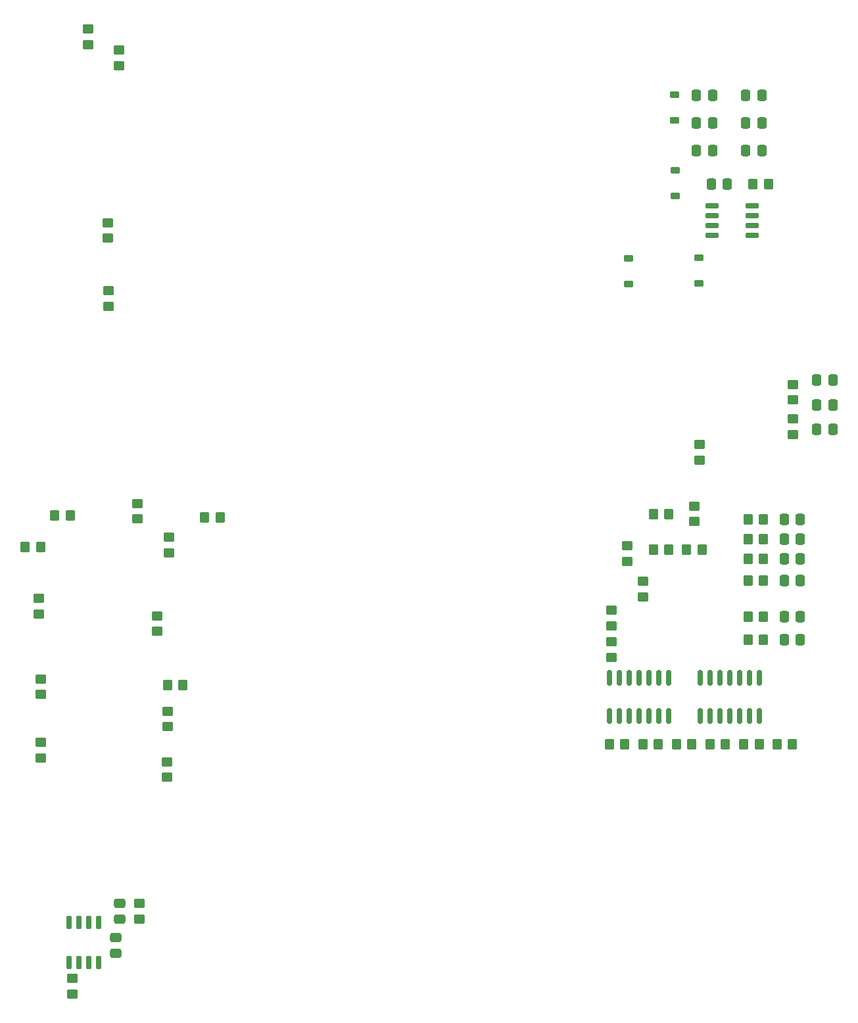
<source format=gbr>
%TF.GenerationSoftware,KiCad,Pcbnew,7.0.9*%
%TF.CreationDate,2023-11-30T20:57:27+01:00*%
%TF.ProjectId,euroPI-kicad_surfacemount_discretes_and_ics,6575726f-5049-42d6-9b69-6361645f7375,rev?*%
%TF.SameCoordinates,Original*%
%TF.FileFunction,Paste,Top*%
%TF.FilePolarity,Positive*%
%FSLAX46Y46*%
G04 Gerber Fmt 4.6, Leading zero omitted, Abs format (unit mm)*
G04 Created by KiCad (PCBNEW 7.0.9) date 2023-11-30 20:57:27*
%MOMM*%
%LPD*%
G01*
G04 APERTURE LIST*
G04 Aperture macros list*
%AMRoundRect*
0 Rectangle with rounded corners*
0 $1 Rounding radius*
0 $2 $3 $4 $5 $6 $7 $8 $9 X,Y pos of 4 corners*
0 Add a 4 corners polygon primitive as box body*
4,1,4,$2,$3,$4,$5,$6,$7,$8,$9,$2,$3,0*
0 Add four circle primitives for the rounded corners*
1,1,$1+$1,$2,$3*
1,1,$1+$1,$4,$5*
1,1,$1+$1,$6,$7*
1,1,$1+$1,$8,$9*
0 Add four rect primitives between the rounded corners*
20,1,$1+$1,$2,$3,$4,$5,0*
20,1,$1+$1,$4,$5,$6,$7,0*
20,1,$1+$1,$6,$7,$8,$9,0*
20,1,$1+$1,$8,$9,$2,$3,0*%
G04 Aperture macros list end*
%ADD10RoundRect,0.150000X0.150000X-0.825000X0.150000X0.825000X-0.150000X0.825000X-0.150000X-0.825000X0*%
%ADD11RoundRect,0.250000X-0.350000X-0.450000X0.350000X-0.450000X0.350000X0.450000X-0.350000X0.450000X0*%
%ADD12RoundRect,0.250000X-0.450000X0.350000X-0.450000X-0.350000X0.450000X-0.350000X0.450000X0.350000X0*%
%ADD13RoundRect,0.250000X0.350000X0.450000X-0.350000X0.450000X-0.350000X-0.450000X0.350000X-0.450000X0*%
%ADD14RoundRect,0.250000X0.450000X-0.350000X0.450000X0.350000X-0.450000X0.350000X-0.450000X-0.350000X0*%
%ADD15RoundRect,0.250000X-0.337500X-0.475000X0.337500X-0.475000X0.337500X0.475000X-0.337500X0.475000X0*%
%ADD16RoundRect,0.150000X-0.150000X0.725000X-0.150000X-0.725000X0.150000X-0.725000X0.150000X0.725000X0*%
%ADD17RoundRect,0.225000X-0.375000X0.225000X-0.375000X-0.225000X0.375000X-0.225000X0.375000X0.225000X0*%
%ADD18RoundRect,0.150000X0.725000X0.150000X-0.725000X0.150000X-0.725000X-0.150000X0.725000X-0.150000X0*%
%ADD19RoundRect,0.225000X0.375000X-0.225000X0.375000X0.225000X-0.375000X0.225000X-0.375000X-0.225000X0*%
%ADD20RoundRect,0.250000X-0.475000X0.337500X-0.475000X-0.337500X0.475000X-0.337500X0.475000X0.337500X0*%
%ADD21RoundRect,0.250000X0.475000X-0.337500X0.475000X0.337500X-0.475000X0.337500X-0.475000X-0.337500X0*%
G04 APERTURE END LIST*
D10*
%TO.C,O3*%
X166675000Y-115886000D03*
X167945000Y-115886000D03*
X169215000Y-115886000D03*
X170485000Y-115886000D03*
X171755000Y-115886000D03*
X173025000Y-115886000D03*
X174295000Y-115886000D03*
X174295000Y-110936000D03*
X173025000Y-110936000D03*
X171755000Y-110936000D03*
X170485000Y-110936000D03*
X169215000Y-110936000D03*
X167945000Y-110936000D03*
X166675000Y-110936000D03*
%TD*%
D11*
%TO.C,R21*%
X183979000Y-119507000D03*
X185979000Y-119507000D03*
%TD*%
D12*
%TO.C,R16*%
X93472000Y-111121000D03*
X93472000Y-113121000D03*
%TD*%
%TO.C,R24*%
X190373000Y-73168000D03*
X190373000Y-75168000D03*
%TD*%
D13*
%TO.C,R6*%
X186547000Y-95608600D03*
X184547000Y-95608600D03*
%TD*%
D14*
%TO.C,R17*%
X108458000Y-104993000D03*
X108458000Y-102993000D03*
%TD*%
D12*
%TO.C,R20*%
X102235000Y-61112000D03*
X102235000Y-63112000D03*
%TD*%
D15*
%TO.C,C1*%
X193399500Y-75819000D03*
X195474500Y-75819000D03*
%TD*%
D12*
%TO.C,R41*%
X106172000Y-140012000D03*
X106172000Y-142012000D03*
%TD*%
D13*
%TO.C,R30*%
X181629000Y-119507000D03*
X179629000Y-119507000D03*
%TD*%
D12*
%TO.C,R26*%
X178308000Y-80931000D03*
X178308000Y-82931000D03*
%TD*%
D11*
%TO.C,R22*%
X188281000Y-119507000D03*
X190281000Y-119507000D03*
%TD*%
D16*
%TO.C,U3*%
X100965000Y-142501000D03*
X99695000Y-142501000D03*
X98425000Y-142501000D03*
X97155000Y-142501000D03*
X97155000Y-147651000D03*
X98425000Y-147651000D03*
X99695000Y-147651000D03*
X100965000Y-147651000D03*
%TD*%
D11*
%TO.C,R13*%
X91456000Y-94116000D03*
X93456000Y-94116000D03*
%TD*%
D14*
%TO.C,R31*%
X177657000Y-90849517D03*
X177657000Y-88849517D03*
%TD*%
D17*
%TO.C,D2*%
X178257200Y-56871600D03*
X178257200Y-60171600D03*
%TD*%
D15*
%TO.C,C16*%
X177905500Y-43053000D03*
X179980500Y-43053000D03*
%TD*%
D13*
%TO.C,R11*%
X111773000Y-111896000D03*
X109773000Y-111896000D03*
%TD*%
D15*
%TO.C,C3*%
X184255500Y-35941000D03*
X186330500Y-35941000D03*
%TD*%
D12*
%TO.C,Rx1*%
X97536000Y-149680000D03*
X97536000Y-151680000D03*
%TD*%
D11*
%TO.C,R23*%
X185198000Y-47371000D03*
X187198000Y-47371000D03*
%TD*%
D18*
%TO.C,O1*%
X185109000Y-53975000D03*
X185109000Y-52705000D03*
X185109000Y-51435000D03*
X185109000Y-50165000D03*
X179959000Y-50165000D03*
X179959000Y-51435000D03*
X179959000Y-52705000D03*
X179959000Y-53975000D03*
%TD*%
D12*
%TO.C,R18*%
X109804200Y-115271800D03*
X109804200Y-117271800D03*
%TD*%
D11*
%TO.C,R29*%
X170993000Y-119507000D03*
X172993000Y-119507000D03*
%TD*%
D15*
%TO.C,C11*%
X189193000Y-106022600D03*
X191268000Y-106022600D03*
%TD*%
%TO.C,C14*%
X189193000Y-95608600D03*
X191268000Y-95608600D03*
%TD*%
D19*
%TO.C,D3*%
X175158400Y-48944800D03*
X175158400Y-45644800D03*
%TD*%
D13*
%TO.C,R37*%
X178657000Y-94421517D03*
X176657000Y-94421517D03*
%TD*%
D17*
%TO.C,D1*%
X169138600Y-56947800D03*
X169138600Y-60247800D03*
%TD*%
D13*
%TO.C,R1*%
X186563000Y-90528600D03*
X184563000Y-90528600D03*
%TD*%
D12*
%TO.C,R19*%
X102108000Y-52340000D03*
X102108000Y-54340000D03*
%TD*%
D19*
%TO.C,D4*%
X175082200Y-39165800D03*
X175082200Y-35865800D03*
%TD*%
D15*
%TO.C,C2*%
X179810500Y-47371000D03*
X181885500Y-47371000D03*
%TD*%
D20*
%TO.C,C18*%
X103124000Y-144377500D03*
X103124000Y-146452500D03*
%TD*%
D15*
%TO.C,C5*%
X184255500Y-39495600D03*
X186330500Y-39495600D03*
%TD*%
D13*
%TO.C,R5*%
X186547000Y-98402600D03*
X184547000Y-98402600D03*
%TD*%
D15*
%TO.C,C12*%
X189193000Y-103101600D03*
X191268000Y-103101600D03*
%TD*%
D14*
%TO.C,R32*%
X166929000Y-104251000D03*
X166929000Y-102251000D03*
%TD*%
D12*
%TO.C,R8*%
X105918000Y-88515000D03*
X105918000Y-90515000D03*
%TD*%
%TO.C,R28*%
X103516648Y-30142000D03*
X103516648Y-32142000D03*
%TD*%
%TO.C,R10*%
X93472000Y-119278000D03*
X93472000Y-121278000D03*
%TD*%
D10*
%TO.C,O5*%
X178359000Y-115886000D03*
X179629000Y-115886000D03*
X180899000Y-115886000D03*
X182169000Y-115886000D03*
X183439000Y-115886000D03*
X184709000Y-115886000D03*
X185979000Y-115886000D03*
X185979000Y-110936000D03*
X184709000Y-110936000D03*
X183439000Y-110936000D03*
X182169000Y-110936000D03*
X180899000Y-110936000D03*
X179629000Y-110936000D03*
X178359000Y-110936000D03*
%TD*%
D13*
%TO.C,R2*%
X186547000Y-93068600D03*
X184547000Y-93068600D03*
%TD*%
D15*
%TO.C,C4*%
X177905500Y-39497000D03*
X179980500Y-39497000D03*
%TD*%
D12*
%TO.C,R27*%
X99579648Y-27428000D03*
X99579648Y-29428000D03*
%TD*%
D13*
%TO.C,R36*%
X177311000Y-119507000D03*
X175311000Y-119507000D03*
%TD*%
D14*
%TO.C,R25*%
X190373000Y-79613000D03*
X190373000Y-77613000D03*
%TD*%
D15*
%TO.C,C10*%
X189193000Y-93068600D03*
X191268000Y-93068600D03*
%TD*%
D12*
%TO.C,R9*%
X109982000Y-92862000D03*
X109982000Y-94862000D03*
%TD*%
D15*
%TO.C,C13*%
X189193000Y-98402600D03*
X191268000Y-98402600D03*
%TD*%
D12*
%TO.C,R7*%
X93218000Y-100736000D03*
X93218000Y-102736000D03*
%TD*%
D15*
%TO.C,C7*%
X193399500Y-78994000D03*
X195474500Y-78994000D03*
%TD*%
D13*
%TO.C,R34*%
X174355000Y-89849517D03*
X172355000Y-89849517D03*
%TD*%
D15*
%TO.C,C15*%
X184255500Y-43053000D03*
X186330500Y-43053000D03*
%TD*%
D13*
%TO.C,R3*%
X186547000Y-106022600D03*
X184547000Y-106022600D03*
%TD*%
%TO.C,R4*%
X186547000Y-103101600D03*
X184547000Y-103101600D03*
%TD*%
D12*
%TO.C,R39*%
X170993000Y-98545600D03*
X170993000Y-100545600D03*
%TD*%
D15*
%TO.C,C9*%
X189193000Y-90528600D03*
X191268000Y-90528600D03*
%TD*%
D21*
%TO.C,C17*%
X103632000Y-142079500D03*
X103632000Y-140004500D03*
%TD*%
D11*
%TO.C,R40*%
X172355000Y-94421517D03*
X174355000Y-94421517D03*
%TD*%
D12*
%TO.C,R12*%
X109739648Y-121789000D03*
X109739648Y-123789000D03*
%TD*%
D14*
%TO.C,R38*%
X166929000Y-108315000D03*
X166929000Y-106315000D03*
%TD*%
D11*
%TO.C,R35*%
X166691000Y-119507000D03*
X168691000Y-119507000D03*
%TD*%
%TO.C,R14*%
X95266000Y-90052000D03*
X97266000Y-90052000D03*
%TD*%
D15*
%TO.C,C8*%
X193399500Y-72644000D03*
X195474500Y-72644000D03*
%TD*%
D13*
%TO.C,R15*%
X116581648Y-90306000D03*
X114581648Y-90306000D03*
%TD*%
D15*
%TO.C,C6*%
X177905500Y-35941000D03*
X179980500Y-35941000D03*
%TD*%
D14*
%TO.C,R33*%
X169037000Y-95973600D03*
X169037000Y-93973600D03*
%TD*%
M02*

</source>
